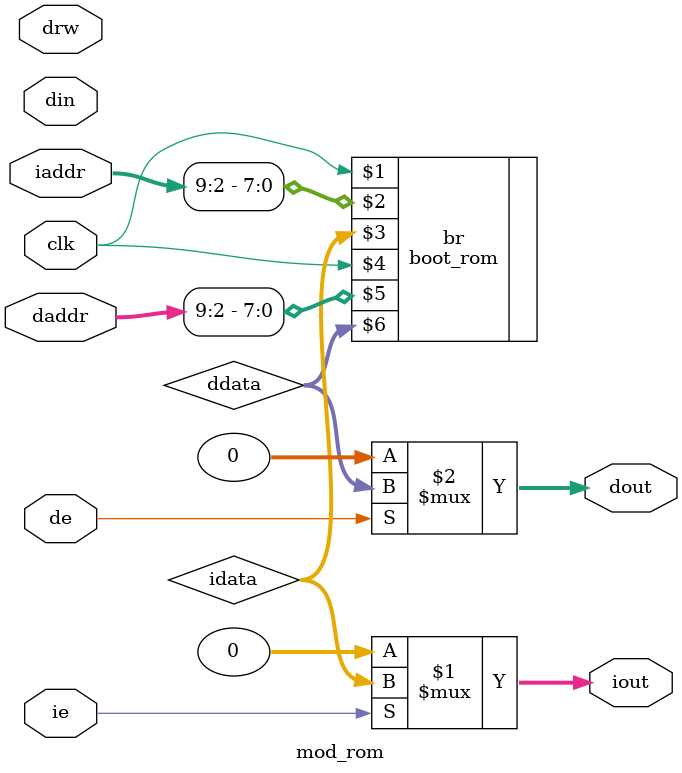
<source format=v>
/*
David Fritz

ROM module, which uses a block ram generated by CoreGen

2.5.2010
*/

module mod_rom(clk, ie, de, iaddr, daddr, drw, din, iout, dout);
	input clk;
	input ie,de;
	input [31:0] iaddr, daddr;
	input drw;
	input [31:0] din;
	output [31:0] iout, dout;

	/* the block ram */
	wire [31:0] idata, ddata;

	/* by spec, the iout and dout signals must go hiZ when we're not using them */
	assign iout = ie ? idata : 32'h00000000;
	assign dout = de ? ddata : 32'h00000000;

	boot_rom br(clk,iaddr[9:2],idata,clk,daddr[9:2],ddata);
	
endmodule

</source>
